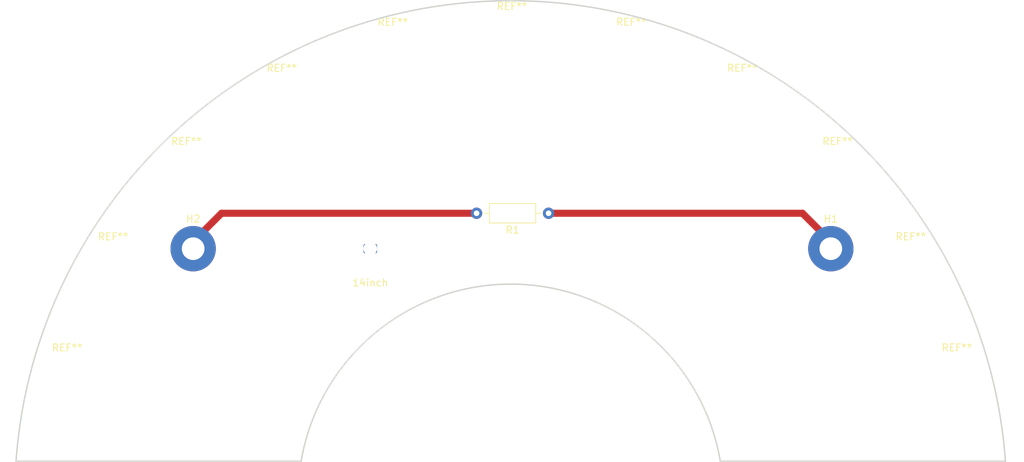
<source format=kicad_pcb>
(kicad_pcb (version 20241229) (generator "pcbnew") (generator_version "9.0")
  (layers (0 "F.Cu" signal) (2 "B.Cu" signal) (13 "F.Paste" user) (15 "B.Paste" user) (5 "F.SilkS" user "F.Silkscreen") (7 "B.SilkS" user "B.Silkscreen") (1 "F.Mask" user) (3 "B.Mask" user) (25 "Edge.Cuts" user))
  (net 0 "")
  (net 1 "+12V")
  (net 2 "GND")
  (footprint "MountingHole:MountingHole_3.2mm_M3_Pad" (layer "F.Cu") (at 215 65)
    (property "Reference" "H1" (at 0 -4.2 0) (layer "F.SilkS"))
    (property "Value" "MountingHole_Pad")
    (pad "1" thru_hole circle (at 0 0) (size 6.4 6.4) (drill 3.2) (layers "*.Cu" "*.Mask") (net 1 "+12V"))
  )
  (footprint "MountingHole:MountingHole_3.2mm_M3" (layer "F.Cu") (at 186.83 37.21)
    (property "Reference" "REF**" (at 0 -4.2 0) (layer "F.SilkS"))
    (property "Value" "MountingHole_3.2mm_M3")
    (pad "" np_thru_hole circle (at 0 0) (size 3.2 3.2) (drill 3.2) (layers "*.Cu" "*.Mask"))
  )
  (footprint "MountingHole:MountingHole_3.2mm_M3_Pad" (layer "F.Cu") (at 125 65)
    (property "Reference" "H2" (at 0 -4.2 0) (layer "F.SilkS"))
    (property "Value" "MountingHole_Pad")
    (pad "1" thru_hole circle (at 0 0) (size 6.4 6.4) (drill 3.2) (layers "*.Cu" "*.Mask") (net 2 "GND"))
  )
  (footprint "MountingHole:MountingHole_3.2mm_M3" (layer "F.Cu") (at 215.96 54.04)
    (property "Reference" "REF**" (at 0 -4.2 0) (layer "F.SilkS"))
    (property "Value" "MountingHole_3.2mm_M3")
    (pad "" np_thru_hole circle (at 0 0) (size 3.2 3.2) (drill 3.2) (layers "*.Cu" "*.Mask"))
  )
  (footprint "MountingHole:MountingHole_3.2mm_M3" (layer "F.Cu") (at 137.5 43.71)
    (property "Reference" "REF**" (at 0 -4.2 0) (layer "F.SilkS"))
    (property "Value" "MountingHole_3.2mm_M3")
    (pad "" np_thru_hole circle (at 0 0) (size 3.2 3.2) (drill 3.2) (layers "*.Cu" "*.Mask"))
  )
  (footprint "MountingHole:MountingHole_3.2mm_M3" (layer "F.Cu") (at 113.71 67.5)
    (property "Reference" "REF**" (at 0 -4.2 0) (layer "F.SilkS"))
    (property "Value" "MountingHole_3.2mm_M3")
    (pad "" np_thru_hole circle (at 0 0) (size 3.2 3.2) (drill 3.2) (layers "*.Cu" "*.Mask"))
  )
  (footprint "MountingHole:MountingHole_3.2mm_M3" (layer "F.Cu") (at 170 35)
    (property "Reference" "REF**" (at 0 -4.2 0) (layer "F.SilkS"))
    (property "Value" "MountingHole_3.2mm_M3")
    (pad "" np_thru_hole circle (at 0 0) (size 3.2 3.2) (drill 3.2) (layers "*.Cu" "*.Mask"))
  )
  (footprint "MountingHole:MountingHole_3.2mm_M3" (layer "F.Cu") (at 153.18 37.22)
    (property "Reference" "REF**" (at 0 -4.2 0) (layer "F.SilkS"))
    (property "Value" "MountingHole_3.2mm_M3")
    (pad "" np_thru_hole circle (at 0 0) (size 3.2 3.2) (drill 3.2) (layers "*.Cu" "*.Mask"))
  )
  (footprint "MountingHole:14inch" (layer "F.Cu") (at 150 65)
    (property "Reference" "REF**" (hide yes))
    (property "Value" "14inch" (at 0 4.8 0) (layer "F.SilkS"))
    (pad "1" thru_hole roundrect (at 0 0) (size 1.905 1.27) (drill 6.35) (layers "*.Cu" "*.Mask") (roundrect_rratio 0.15))
  )
  (footprint "MountingHole:MountingHole_3.2mm_M3" (layer "F.Cu") (at 107.22 83.18)
    (property "Reference" "REF**" (at 0 -4.2 0) (layer "F.SilkS"))
    (property "Value" "MountingHole_3.2mm_M3")
    (pad "" np_thru_hole circle (at 0 0) (size 3.2 3.2) (drill 3.2) (layers "*.Cu" "*.Mask"))
  )
  (footprint "MountingHole:MountingHole_3.2mm_M3" (layer "F.Cu") (at 202.5 43.71)
    (property "Reference" "REF**" (at 0 -4.2 0) (layer "F.SilkS"))
    (property "Value" "MountingHole_3.2mm_M3")
    (pad "" np_thru_hole circle (at 0 0) (size 3.2 3.2) (drill 3.2) (layers "*.Cu" "*.Mask"))
  )
  (footprint "MountingHole:MountingHole_3.2mm_M3" (layer "F.Cu") (at 226.3 67.49)
    (property "Reference" "REF**" (at 0 -4.2 0) (layer "F.SilkS"))
    (property "Value" "MountingHole_3.2mm_M3")
    (pad "" np_thru_hole circle (at 0 0) (size 3.2 3.2) (drill 3.2) (layers "*.Cu" "*.Mask"))
  )
  (footprint "MountingHole:MountingHole_3.2mm_M3" (layer "F.Cu") (at 124.04 54.04)
    (property "Reference" "REF**" (at 0 -4.2 0) (layer "F.SilkS"))
    (property "Value" "MountingHole_3.2mm_M3")
    (pad "" np_thru_hole circle (at 0 0) (size 3.2 3.2) (drill 3.2) (layers "*.Cu" "*.Mask"))
  )
  (footprint "MountingHole:MountingHole_3.2mm_M3" (layer "F.Cu") (at 232.79 83.17)
    (property "Reference" "REF**" (at 0 -4.2 0) (layer "F.SilkS"))
    (property "Value" "MountingHole_3.2mm_M3")
    (pad "" np_thru_hole circle (at 0 0) (size 3.2 3.2) (drill 3.2) (layers "*.Cu" "*.Mask"))
  )
  (footprint "Resistor_THT:R_Axial_DIN0207_L6.3mm_D2.5mm_P10.16mm_Horizontal" (layer "F.Cu") (at 175.16 60 180)
    (property "Reference" "R1" (at 5.08 -2.37 0) (layer "F.SilkS"))
    (property "Value" "R")
    (fp_line (start 9.12 0) (end 8.35 0) (stroke (width 0.12)) (layer "F.SilkS"))
    (fp_line (start 8.35 1.37) (end 8.35 -1.37) (stroke (width 0.12)) (layer "F.SilkS"))
    (fp_line (start 8.35 -1.37) (end 1.81 -1.37) (stroke (width 0.12)) (layer "F.SilkS"))
    (fp_line (start 1.81 1.37) (end 8.35 1.37) (stroke (width 0.12)) (layer "F.SilkS"))
    (fp_line (start 1.81 -1.37) (end 1.81 1.37) (stroke (width 0.12)) (layer "F.SilkS"))
    (fp_line (start 1.04 0) (end 1.81 0) (stroke (width 0.12)) (layer "F.SilkS"))
    (pad "1" thru_hole circle (at 0 0 180) (size 1.6 1.6) (drill 0.8) (layers "*.Cu" "*.Mask") (net 1 "+12V"))
    (pad "2" thru_hole oval (at 10.16 0 180) (size 1.6 1.6) (drill 0.8) (layers "*.Cu" "*.Mask") (net 2 "GND"))
  )
  (gr_line (start 199.401596 95) (end 239.642397 95) (stroke (width 0.2)) (layer "Edge.Cuts"))
  (gr_arc (start 100 95) (mid 169.821198 30) (end 239.642397 95) (stroke (width 0.2)) (layer "Edge.Cuts"))
  (gr_arc (start 140.240801 95) (mid 169.821198 70) (end 199.401596 95) (stroke (width 0.2)) (layer "Edge.Cuts"))
  (gr_line (start 100 95) (end 140.240801 95) (stroke (width 0.2)) (layer "Edge.Cuts"))
  (segment (start 175.16 60) (end 211.001 60) (width 1) (layer "F.Cu") (net 1))
  (segment (start 211.001 60) (end 215 63.999) (width 1) (layer "F.Cu") (net 1))
  (segment (start 165 60) (end 128.999 60) (width 1) (layer "F.Cu") (net 2))
  (segment (start 128.999 60) (end 125 63.999) (width 1) (layer "F.Cu") (net 2))
)
</source>
